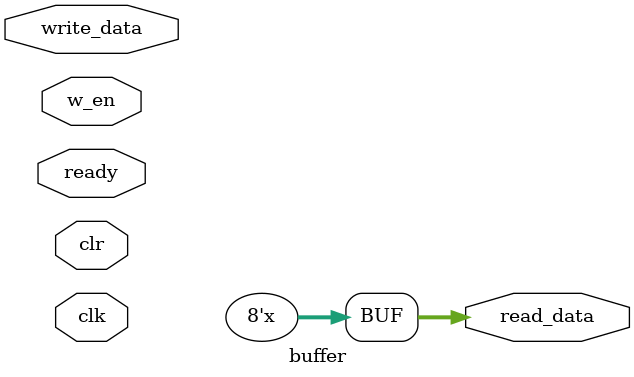
<source format=v>
`timescale 1ns / 1ps


module buffer(write_data, w_en, clk, clr, ready, read_data);

    parameter BUFFER_SIZE = 784;
    
    input [7:0] write_data;
    input w_en, clk, clr, ready;
    //input [9:0] address;
    
    output reg [7:0] read_data;
    
    reg [7:0] data [0:BUFFER_SIZE - 1];
    reg [9:0] curr_index; // The index to write to in the buffer
    reg [9:0] read_address;
    
    integer i;
    
    initial begin
        for (i = 0; i < BUFFER_SIZE; i = i + 1) begin
            data[i] <= 8'd0;
        end
        curr_index = 0;
        read_address = 0;
        read_data <= 0;
    end
    
    always@(posedge clk) begin
        if (!clr && w_en && curr_index < BUFFER_SIZE) begin
            data[curr_index] <= write_data;
            curr_index <= curr_index + 1;
        end
        if (!clr && ready && read_address < BUFFER_SIZE) begin
            read_data = data[read_address];
            read_address = read_address + 1;
        end
        else
            read_data = 0;
    end
    
    always@(clr, ready) begin
        if (clr) begin
            for (i = 0; i < BUFFER_SIZE; i = i + 1) begin
               data[i] = 0;
             end
               curr_index = 0;
               read_address = 0;
        end
        else if (ready) begin
            read_data = data[read_address];
            read_address = read_address + 1;
        end
    end
endmodule

</source>
